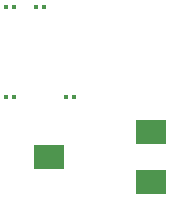
<source format=gbr>
%TF.GenerationSoftware,KiCad,Pcbnew,7.0.7*%
%TF.CreationDate,2023-08-26T23:34:29+05:30*%
%TF.ProjectId,ir_project,69725f70-726f-46a6-9563-742e6b696361,rev?*%
%TF.SameCoordinates,Original*%
%TF.FileFunction,Paste,Top*%
%TF.FilePolarity,Positive*%
%FSLAX46Y46*%
G04 Gerber Fmt 4.6, Leading zero omitted, Abs format (unit mm)*
G04 Created by KiCad (PCBNEW 7.0.7) date 2023-08-26 23:34:29*
%MOMM*%
%LPD*%
G01*
G04 APERTURE LIST*
G04 Aperture macros list*
%AMRoundRect*
0 Rectangle with rounded corners*
0 $1 Rounding radius*
0 $2 $3 $4 $5 $6 $7 $8 $9 X,Y pos of 4 corners*
0 Add a 4 corners polygon primitive as box body*
4,1,4,$2,$3,$4,$5,$6,$7,$8,$9,$2,$3,0*
0 Add four circle primitives for the rounded corners*
1,1,$1+$1,$2,$3*
1,1,$1+$1,$4,$5*
1,1,$1+$1,$6,$7*
1,1,$1+$1,$8,$9*
0 Add four rect primitives between the rounded corners*
20,1,$1+$1,$2,$3,$4,$5,0*
20,1,$1+$1,$4,$5,$6,$7,0*
20,1,$1+$1,$6,$7,$8,$9,0*
20,1,$1+$1,$8,$9,$2,$3,0*%
G04 Aperture macros list end*
%ADD10R,2.500000X2.000000*%
%ADD11RoundRect,0.079500X-0.079500X-0.100500X0.079500X-0.100500X0.079500X0.100500X-0.079500X0.100500X0*%
%ADD12RoundRect,0.079500X0.079500X0.100500X-0.079500X0.100500X-0.079500X-0.100500X0.079500X-0.100500X0*%
G04 APERTURE END LIST*
D10*
%TO.C,POT*%
X166885000Y-91050000D03*
X158235000Y-88900000D03*
X166885000Y-86750000D03*
%TD*%
D11*
%TO.C,R3*%
X155285000Y-76200000D03*
X154595000Y-76200000D03*
%TD*%
%TO.C,R2*%
X160365000Y-83820000D03*
X159675000Y-83820000D03*
%TD*%
%TO.C,R1*%
X155285000Y-83820000D03*
X154595000Y-83820000D03*
%TD*%
D12*
%TO.C,D3*%
X157135000Y-76200000D03*
X157825000Y-76200000D03*
%TD*%
M02*

</source>
